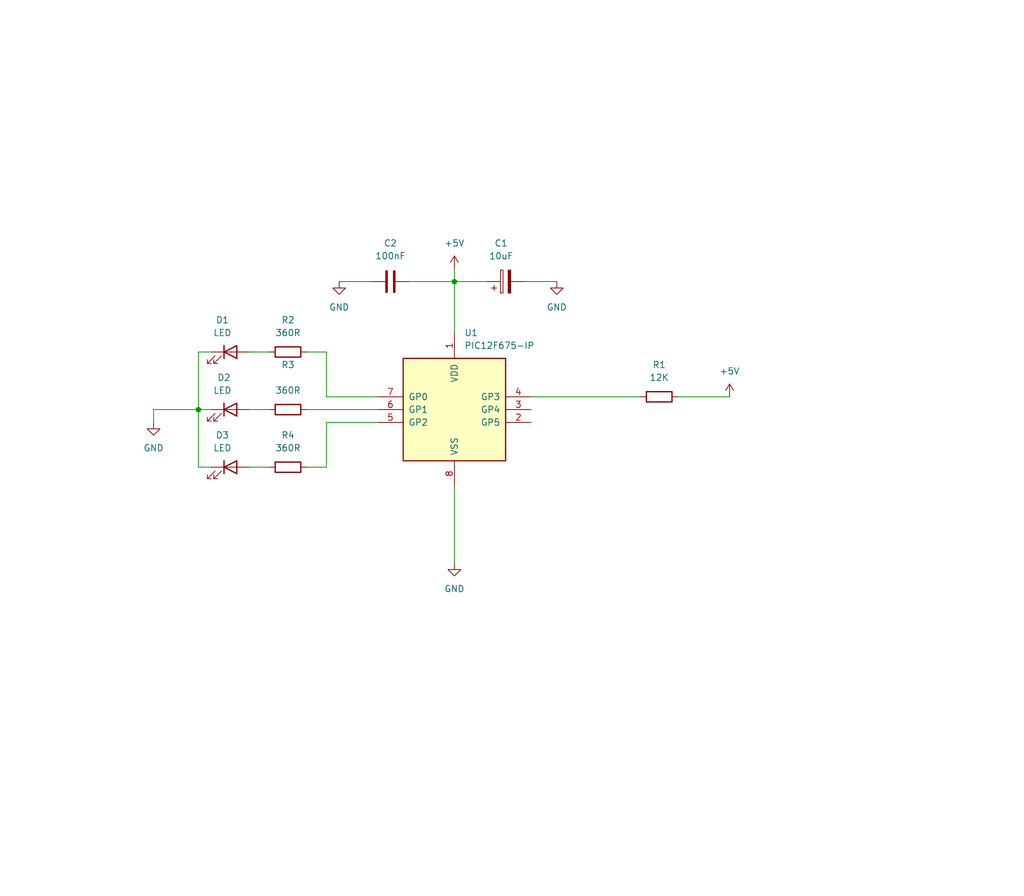
<source format=kicad_sch>
(kicad_sch (version 20230121) (generator eeschema)
  (paper "User" 203.2 177.8)
  (title_block (title "PIC16F628A for Beginners - 1") (company "Ricardo Lima Caratti") (comment 1 "Controlling three LEDs using PIC12F675. "))
  (lib_symbols
    (symbol "Device:C" (pin_numbers hide) (pin_names (offset 0.254))
      (property "Reference" "C" (at 0.635 2.54 0))
      (property "Value" "C" (at 0.635 -2.54 0))
      (symbol "C_0_1"
        (polyline (pts (xy -2.032 -0.762) (xy 2.032 -0.762)) (stroke (width 0.508)))
        (polyline (pts (xy -2.032 0.762) (xy 2.032 0.762)) (stroke (width 0.508)))
      )
      (symbol "C_1_1"
        (pin passive line (at 0 3.81 270) (length 2.794) (name "~") (number "1"))
        (pin passive line (at 0 -3.81 90) (length 2.794) (name "~") (number "2"))
      )
    )
    (symbol "Device:C_Polarized" (pin_numbers hide) (pin_names (offset 0.254))
      (property "Reference" "C" (at 0.635 2.54 0))
      (property "Value" "C_Polarized" (at 0.635 -2.54 0))
      (symbol "C_Polarized_0_1"
        (rectangle (start -2.286 0.508) (end 2.286 1.016))
        (polyline (pts (xy -1.778 2.286) (xy -0.762 2.286)))
        (polyline (pts (xy -1.27 2.794) (xy -1.27 1.778)))
        (rectangle (start 2.286 -0.508) (end -2.286 -1.016) (fill (type outline)))
      )
      (symbol "C_Polarized_1_1"
        (pin passive line (at 0 3.81 270) (length 2.794) (name "~") (number "1"))
        (pin passive line (at 0 -3.81 90) (length 2.794) (name "~") (number "2"))
      )
    )
    (symbol "Device:LED" (pin_numbers hide) (pin_names (offset 1.016) hide)
      (property "Reference" "D" (at 0 2.54 0))
      (property "Value" "LED" (at 0 -2.54 0))
      (symbol "LED_0_1"
        (polyline (pts (xy -1.27 -1.27) (xy -1.27 1.27)) (stroke (width 0.254)))
        (polyline (pts (xy -1.27 0) (xy 1.27 0)))
        (polyline (pts (xy 1.27 -1.27) (xy 1.27 1.27) (xy -1.27 0) (xy 1.27 -1.27)) (stroke (width 0.254)))
        (polyline (pts (xy -3.048 -0.762) (xy -4.572 -2.286) (xy -3.81 -2.286) (xy -4.572 -2.286) (xy -4.572 -1.524)))
        (polyline (pts (xy -1.778 -0.762) (xy -3.302 -2.286) (xy -2.54 -2.286) (xy -3.302 -2.286) (xy -3.302 -1.524)))
      )
      (symbol "LED_1_1"
        (pin passive line (at -3.81 0 0) (length 2.54) (name "K") (number "1"))
        (pin passive line (at 3.81 0 180) (length 2.54) (name "A") (number "2"))
      )
    )
    (symbol "Device:R" (pin_numbers hide) (pin_names (offset 0))
      (property "Reference" "R" (at 2.032 0 90))
      (property "Value" "R" (at 0 0 90))
      (symbol "R_0_1"
        (rectangle (start -1.016 -2.54) (end 1.016 2.54) (stroke (width 0.254)))
      )
      (symbol "R_1_1"
        (pin passive line (at 0 3.81 270) (length 1.27) (name "~") (number "1"))
        (pin passive line (at 0 -3.81 90) (length 1.27) (name "~") (number "2"))
      )
    )
    (symbol "MCU_Microchip_PIC12:PIC12F675-IP" (pin_names (offset 1.016))
      (property "Reference" "U" (at 1.27 13.97 0))
      (property "Value" "PIC12F675-IP" (at 1.27 11.43 0))
      (symbol "PIC12F675-IP_0_1"
        (rectangle (start 10.16 -10.16) (end -10.16 10.16) (stroke (width 0.254)) (fill (type background)))
      )
      (symbol "PIC12F675-IP_1_1"
        (pin power_in line (at 0 15.24 270) (length 5.08) (name "VDD") (number "1"))
        (pin bidirectional line (at 15.24 -2.54 180) (length 5.08) (name "GP5") (number "2"))
        (pin bidirectional line (at 15.24 0 180) (length 5.08) (name "GP4") (number "3"))
        (pin input line (at 15.24 2.54 180) (length 5.08) (name "GP3") (number "4"))
        (pin bidirectional line (at -15.24 -2.54 0) (length 5.08) (name "GP2") (number "5"))
        (pin bidirectional line (at -15.24 0 0) (length 5.08) (name "GP1") (number "6"))
        (pin bidirectional line (at -15.24 2.54 0) (length 5.08) (name "GP0") (number "7"))
        (pin power_in line (at 0 -15.24 90) (length 5.08) (name "VSS") (number "8"))
      )
    )
    (symbol "power:+5V" (power) (pin_names (offset 0))
      (property "Value" "+5V" (at 0 3.556 0))
      (symbol "+5V_0_1"
        (polyline (pts (xy -0.762 1.27) (xy 0 2.54)))
        (polyline (pts (xy 0 0) (xy 0 2.54)))
        (polyline (pts (xy 0 2.54) (xy 0.762 1.27)))
      )
      (symbol "+5V_1_1"
        (pin power_in line (at 0 0 90) (length 0) hide (name "+5V") (number "1"))
      )
    )
    (symbol "power:GND" (power) (pin_names (offset 0))
      (property "Value" "GND" (at 0 -3.81 0))
      (symbol "GND_0_1"
        (polyline (pts (xy 0 0) (xy 0 -1.27) (xy 1.27 -1.27) (xy 0 -2.54) (xy -1.27 -1.27) (xy 0 -1.27)))
      )
      (symbol "GND_1_1"
        (pin power_in line (at 0 0 270) (length 0) hide (name "GND") (number "1"))
      )
    )
  )
  (junction (at 90.17 55.88))
  (junction (at 39.37 81.28))
  (wire (pts (xy 90.17 55.88) (xy 96.52 55.88)))
  (wire (pts (xy 49.53 69.85) (xy 53.34 69.85)))
  (wire (pts (xy 64.77 78.74) (xy 74.93 78.74)))
  (wire (pts (xy 39.37 81.28) (xy 39.37 92.71)))
  (wire (pts (xy 49.53 81.28) (xy 53.34 81.28)))
  (wire (pts (xy 104.14 55.88) (xy 110.49 55.88)))
  (wire (pts (xy 30.48 81.28) (xy 39.37 81.28)))
  (wire (pts (xy 49.53 92.71) (xy 53.34 92.71)))
  (wire (pts (xy 105.41 78.74) (xy 127 78.74)))
  (wire (pts (xy 64.77 69.85) (xy 64.77 78.74)))
  (wire (pts (xy 90.17 55.88) (xy 90.17 66.04)))
  (wire (pts (xy 67.31 55.88) (xy 73.66 55.88)))
  (wire (pts (xy 60.96 81.28) (xy 74.93 81.28)))
  (wire (pts (xy 60.96 92.71) (xy 64.77 92.71)))
  (wire (pts (xy 41.91 69.85) (xy 39.37 69.85)))
  (wire (pts (xy 39.37 69.85) (xy 39.37 81.28)))
  (wire (pts (xy 81.28 55.88) (xy 90.17 55.88)))
  (wire (pts (xy 30.48 83.82) (xy 30.48 81.28)))
  (wire (pts (xy 41.91 81.28) (xy 39.37 81.28)))
  (wire (pts (xy 90.17 96.52) (xy 90.17 111.76)))
  (wire (pts (xy 60.96 69.85) (xy 64.77 69.85)))
  (wire (pts (xy 64.77 92.71) (xy 64.77 83.82)))
  (wire (pts (xy 134.62 78.74) (xy 144.78 78.74)))
  (wire (pts (xy 90.17 53.34) (xy 90.17 55.88)))
  (wire (pts (xy 41.91 92.71) (xy 39.37 92.71)))
  (wire (pts (xy 64.77 83.82) (xy 74.93 83.82)))
  (symbol (lib_id "power:+5V") (at 90.17 53.34 0) (unit 1)
    (property "Reference" "#PWR01" (effects hide))
    (property "Value" "+5V" (at 90.17 48.26 0))
  )
  (symbol (lib_id "MCU_Microchip_PIC12:PIC12F675-IP") (at 90.17 81.28 0) (unit 1)
    (property "Reference" "U1" (at 92.1259 66.04 0) (effects (justify left)))
    (property "Value" "PIC12F675-IP" (at 92.1259 68.58 0) (effects (justify left)))
    (property "Footprint" "Package_DIP:DIP-8_W7.62mm" (effects hide))
    (property "Datasheet" "http://ww1.microchip.com/downloads/en/DeviceDoc/41190G.pdf" (effects hide))
  )
  (symbol (lib_id "Device:R") (at 130.81 78.74 90) (unit 1)
    (property "Reference" "R1" (at 130.81 72.39 90))
    (property "Value" "12K" (at 130.81 74.93 90))
  )
  (symbol (lib_id "Device:LED") (at 45.72 81.28 0) (unit 1)
    (property "Reference" "D2" (at 44.45 74.93 0))
    (property "Value" "LED" (at 44.1325 77.47 0))
  )
  (symbol (lib_id "power:+5V") (at 144.78 78.74 0) (unit 1)
    (property "Reference" "#PWR04" (effects hide))
    (property "Value" "+5V" (at 144.78 73.66 0))
  )
  (symbol (lib_id "Device:LED") (at 45.72 92.71 0) (unit 1)
    (property "Reference" "D3" (at 44.1325 86.36 0))
    (property "Value" "LED" (at 44.1325 88.9 0))
  )
  (symbol (lib_id "Device:R") (at 57.15 69.85 90) (unit 1)
    (property "Reference" "R2" (at 57.15 63.5 90))
    (property "Value" "360R" (at 57.15 66.04 90))
  )
  (symbol (lib_id "power:GND") (at 110.49 55.88 0) (unit 1)
    (property "Reference" "#PWR03" (effects hide))
    (property "Value" "GND" (at 110.49 60.96 0))
  )
  (symbol (lib_id "Device:C_Polarized") (at 100.33 55.88 90) (unit 1)
    (property "Reference" "C1" (at 99.441 48.26 90))
    (property "Value" "10uF" (at 99.441 50.8 90))
  )
  (symbol (lib_id "power:GND") (at 67.31 55.88 0) (unit 1)
    (property "Reference" "#PWR06" (effects hide))
    (property "Value" "GND" (at 67.31 60.96 0))
  )
  (symbol (lib_id "Device:LED") (at 45.72 69.85 0) (unit 1)
    (property "Reference" "D1" (at 44.1325 63.5 0))
    (property "Value" "LED" (at 44.1325 66.04 0))
  )
  (symbol (lib_id "power:GND") (at 30.48 83.82 0) (unit 1)
    (property "Reference" "#PWR05" (effects hide))
    (property "Value" "GND" (at 30.48 88.9 0))
  )
  (symbol (lib_id "power:GND") (at 90.17 111.76 0) (unit 1)
    (property "Reference" "#PWR02" (effects hide))
    (property "Value" "GND" (at 90.17 116.84 0))
  )
  (symbol (lib_id "Device:C") (at 77.47 55.88 90) (unit 1)
    (property "Reference" "C2" (at 77.47 48.26 90))
    (property "Value" "100nF" (at 77.47 50.8 90))
  )
  (symbol (lib_id "Device:R") (at 57.15 92.71 90) (unit 1)
    (property "Reference" "R4" (at 57.15 86.36 90))
    (property "Value" "360R" (at 57.15 88.9 90))
  )
  (symbol (lib_id "Device:R") (at 57.15 81.28 90) (unit 1)
    (property "Reference" "R3" (at 57.15 72.39 90))
    (property "Value" "360R" (at 57.15 77.47 90))
  )
)
</source>
